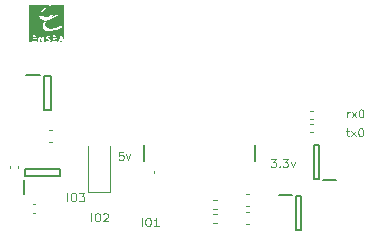
<source format=gbr>
%TF.GenerationSoftware,KiCad,Pcbnew,9.0.0*%
%TF.CreationDate,2025-04-09T13:07:37+02:00*%
%TF.ProjectId,breakoutboard,62726561-6b6f-4757-9462-6f6172642e6b,rev?*%
%TF.SameCoordinates,Original*%
%TF.FileFunction,Legend,Top*%
%TF.FilePolarity,Positive*%
%FSLAX46Y46*%
G04 Gerber Fmt 4.6, Leading zero omitted, Abs format (unit mm)*
G04 Created by KiCad (PCBNEW 9.0.0) date 2025-04-09 13:07:37*
%MOMM*%
%LPD*%
G01*
G04 APERTURE LIST*
%ADD10C,0.100000*%
%ADD11C,0.000000*%
%ADD12C,0.120000*%
%ADD13C,0.200000*%
G04 APERTURE END LIST*
D10*
X143565789Y-99909133D02*
X143232455Y-99909133D01*
X143232455Y-99909133D02*
X143199122Y-100242466D01*
X143199122Y-100242466D02*
X143232455Y-100209133D01*
X143232455Y-100209133D02*
X143299122Y-100175800D01*
X143299122Y-100175800D02*
X143465789Y-100175800D01*
X143465789Y-100175800D02*
X143532455Y-100209133D01*
X143532455Y-100209133D02*
X143565789Y-100242466D01*
X143565789Y-100242466D02*
X143599122Y-100309133D01*
X143599122Y-100309133D02*
X143599122Y-100475800D01*
X143599122Y-100475800D02*
X143565789Y-100542466D01*
X143565789Y-100542466D02*
X143532455Y-100575800D01*
X143532455Y-100575800D02*
X143465789Y-100609133D01*
X143465789Y-100609133D02*
X143299122Y-100609133D01*
X143299122Y-100609133D02*
X143232455Y-100575800D01*
X143232455Y-100575800D02*
X143199122Y-100542466D01*
X143832456Y-100142466D02*
X143999122Y-100609133D01*
X143999122Y-100609133D02*
X144165789Y-100142466D01*
X156065789Y-100509133D02*
X156499122Y-100509133D01*
X156499122Y-100509133D02*
X156265789Y-100775800D01*
X156265789Y-100775800D02*
X156365789Y-100775800D01*
X156365789Y-100775800D02*
X156432455Y-100809133D01*
X156432455Y-100809133D02*
X156465789Y-100842466D01*
X156465789Y-100842466D02*
X156499122Y-100909133D01*
X156499122Y-100909133D02*
X156499122Y-101075800D01*
X156499122Y-101075800D02*
X156465789Y-101142466D01*
X156465789Y-101142466D02*
X156432455Y-101175800D01*
X156432455Y-101175800D02*
X156365789Y-101209133D01*
X156365789Y-101209133D02*
X156165789Y-101209133D01*
X156165789Y-101209133D02*
X156099122Y-101175800D01*
X156099122Y-101175800D02*
X156065789Y-101142466D01*
X156799122Y-101142466D02*
X156832456Y-101175800D01*
X156832456Y-101175800D02*
X156799122Y-101209133D01*
X156799122Y-101209133D02*
X156765789Y-101175800D01*
X156765789Y-101175800D02*
X156799122Y-101142466D01*
X156799122Y-101142466D02*
X156799122Y-101209133D01*
X157065789Y-100509133D02*
X157499122Y-100509133D01*
X157499122Y-100509133D02*
X157265789Y-100775800D01*
X157265789Y-100775800D02*
X157365789Y-100775800D01*
X157365789Y-100775800D02*
X157432455Y-100809133D01*
X157432455Y-100809133D02*
X157465789Y-100842466D01*
X157465789Y-100842466D02*
X157499122Y-100909133D01*
X157499122Y-100909133D02*
X157499122Y-101075800D01*
X157499122Y-101075800D02*
X157465789Y-101142466D01*
X157465789Y-101142466D02*
X157432455Y-101175800D01*
X157432455Y-101175800D02*
X157365789Y-101209133D01*
X157365789Y-101209133D02*
X157165789Y-101209133D01*
X157165789Y-101209133D02*
X157099122Y-101175800D01*
X157099122Y-101175800D02*
X157065789Y-101142466D01*
X157732456Y-100742466D02*
X157899122Y-101209133D01*
X157899122Y-101209133D02*
X158065789Y-100742466D01*
X145132455Y-106209133D02*
X145132455Y-105509133D01*
X145599122Y-105509133D02*
X145732455Y-105509133D01*
X145732455Y-105509133D02*
X145799122Y-105542466D01*
X145799122Y-105542466D02*
X145865788Y-105609133D01*
X145865788Y-105609133D02*
X145899122Y-105742466D01*
X145899122Y-105742466D02*
X145899122Y-105975800D01*
X145899122Y-105975800D02*
X145865788Y-106109133D01*
X145865788Y-106109133D02*
X145799122Y-106175800D01*
X145799122Y-106175800D02*
X145732455Y-106209133D01*
X145732455Y-106209133D02*
X145599122Y-106209133D01*
X145599122Y-106209133D02*
X145532455Y-106175800D01*
X145532455Y-106175800D02*
X145465788Y-106109133D01*
X145465788Y-106109133D02*
X145432455Y-105975800D01*
X145432455Y-105975800D02*
X145432455Y-105742466D01*
X145432455Y-105742466D02*
X145465788Y-105609133D01*
X145465788Y-105609133D02*
X145532455Y-105542466D01*
X145532455Y-105542466D02*
X145599122Y-105509133D01*
X146565788Y-106209133D02*
X146165788Y-106209133D01*
X146365788Y-106209133D02*
X146365788Y-105509133D01*
X146365788Y-105509133D02*
X146299121Y-105609133D01*
X146299121Y-105609133D02*
X146232455Y-105675800D01*
X146232455Y-105675800D02*
X146165788Y-105709133D01*
X140832455Y-105809133D02*
X140832455Y-105109133D01*
X141299122Y-105109133D02*
X141432455Y-105109133D01*
X141432455Y-105109133D02*
X141499122Y-105142466D01*
X141499122Y-105142466D02*
X141565788Y-105209133D01*
X141565788Y-105209133D02*
X141599122Y-105342466D01*
X141599122Y-105342466D02*
X141599122Y-105575800D01*
X141599122Y-105575800D02*
X141565788Y-105709133D01*
X141565788Y-105709133D02*
X141499122Y-105775800D01*
X141499122Y-105775800D02*
X141432455Y-105809133D01*
X141432455Y-105809133D02*
X141299122Y-105809133D01*
X141299122Y-105809133D02*
X141232455Y-105775800D01*
X141232455Y-105775800D02*
X141165788Y-105709133D01*
X141165788Y-105709133D02*
X141132455Y-105575800D01*
X141132455Y-105575800D02*
X141132455Y-105342466D01*
X141132455Y-105342466D02*
X141165788Y-105209133D01*
X141165788Y-105209133D02*
X141232455Y-105142466D01*
X141232455Y-105142466D02*
X141299122Y-105109133D01*
X141865788Y-105175800D02*
X141899121Y-105142466D01*
X141899121Y-105142466D02*
X141965788Y-105109133D01*
X141965788Y-105109133D02*
X142132455Y-105109133D01*
X142132455Y-105109133D02*
X142199121Y-105142466D01*
X142199121Y-105142466D02*
X142232455Y-105175800D01*
X142232455Y-105175800D02*
X142265788Y-105242466D01*
X142265788Y-105242466D02*
X142265788Y-105309133D01*
X142265788Y-105309133D02*
X142232455Y-105409133D01*
X142232455Y-105409133D02*
X141832455Y-105809133D01*
X141832455Y-105809133D02*
X142265788Y-105809133D01*
X138832455Y-104109133D02*
X138832455Y-103409133D01*
X139299122Y-103409133D02*
X139432455Y-103409133D01*
X139432455Y-103409133D02*
X139499122Y-103442466D01*
X139499122Y-103442466D02*
X139565788Y-103509133D01*
X139565788Y-103509133D02*
X139599122Y-103642466D01*
X139599122Y-103642466D02*
X139599122Y-103875800D01*
X139599122Y-103875800D02*
X139565788Y-104009133D01*
X139565788Y-104009133D02*
X139499122Y-104075800D01*
X139499122Y-104075800D02*
X139432455Y-104109133D01*
X139432455Y-104109133D02*
X139299122Y-104109133D01*
X139299122Y-104109133D02*
X139232455Y-104075800D01*
X139232455Y-104075800D02*
X139165788Y-104009133D01*
X139165788Y-104009133D02*
X139132455Y-103875800D01*
X139132455Y-103875800D02*
X139132455Y-103642466D01*
X139132455Y-103642466D02*
X139165788Y-103509133D01*
X139165788Y-103509133D02*
X139232455Y-103442466D01*
X139232455Y-103442466D02*
X139299122Y-103409133D01*
X139832455Y-103409133D02*
X140265788Y-103409133D01*
X140265788Y-103409133D02*
X140032455Y-103675800D01*
X140032455Y-103675800D02*
X140132455Y-103675800D01*
X140132455Y-103675800D02*
X140199121Y-103709133D01*
X140199121Y-103709133D02*
X140232455Y-103742466D01*
X140232455Y-103742466D02*
X140265788Y-103809133D01*
X140265788Y-103809133D02*
X140265788Y-103975800D01*
X140265788Y-103975800D02*
X140232455Y-104042466D01*
X140232455Y-104042466D02*
X140199121Y-104075800D01*
X140199121Y-104075800D02*
X140132455Y-104109133D01*
X140132455Y-104109133D02*
X139932455Y-104109133D01*
X139932455Y-104109133D02*
X139865788Y-104075800D01*
X139865788Y-104075800D02*
X139832455Y-104042466D01*
X162532455Y-97009133D02*
X162532455Y-96542466D01*
X162532455Y-96675800D02*
X162565789Y-96609133D01*
X162565789Y-96609133D02*
X162599122Y-96575800D01*
X162599122Y-96575800D02*
X162665789Y-96542466D01*
X162665789Y-96542466D02*
X162732455Y-96542466D01*
X162899122Y-97009133D02*
X163265788Y-96542466D01*
X162899122Y-96542466D02*
X163265788Y-97009133D01*
X163665789Y-96309133D02*
X163732455Y-96309133D01*
X163732455Y-96309133D02*
X163799122Y-96342466D01*
X163799122Y-96342466D02*
X163832455Y-96375800D01*
X163832455Y-96375800D02*
X163865789Y-96442466D01*
X163865789Y-96442466D02*
X163899122Y-96575800D01*
X163899122Y-96575800D02*
X163899122Y-96742466D01*
X163899122Y-96742466D02*
X163865789Y-96875800D01*
X163865789Y-96875800D02*
X163832455Y-96942466D01*
X163832455Y-96942466D02*
X163799122Y-96975800D01*
X163799122Y-96975800D02*
X163732455Y-97009133D01*
X163732455Y-97009133D02*
X163665789Y-97009133D01*
X163665789Y-97009133D02*
X163599122Y-96975800D01*
X163599122Y-96975800D02*
X163565789Y-96942466D01*
X163565789Y-96942466D02*
X163532455Y-96875800D01*
X163532455Y-96875800D02*
X163499122Y-96742466D01*
X163499122Y-96742466D02*
X163499122Y-96575800D01*
X163499122Y-96575800D02*
X163532455Y-96442466D01*
X163532455Y-96442466D02*
X163565789Y-96375800D01*
X163565789Y-96375800D02*
X163599122Y-96342466D01*
X163599122Y-96342466D02*
X163665789Y-96309133D01*
X162432455Y-98142466D02*
X162699122Y-98142466D01*
X162532455Y-97909133D02*
X162532455Y-98509133D01*
X162532455Y-98509133D02*
X162565789Y-98575800D01*
X162565789Y-98575800D02*
X162632455Y-98609133D01*
X162632455Y-98609133D02*
X162699122Y-98609133D01*
X162865789Y-98609133D02*
X163232455Y-98142466D01*
X162865789Y-98142466D02*
X163232455Y-98609133D01*
X163632456Y-97909133D02*
X163699122Y-97909133D01*
X163699122Y-97909133D02*
X163765789Y-97942466D01*
X163765789Y-97942466D02*
X163799122Y-97975800D01*
X163799122Y-97975800D02*
X163832456Y-98042466D01*
X163832456Y-98042466D02*
X163865789Y-98175800D01*
X163865789Y-98175800D02*
X163865789Y-98342466D01*
X163865789Y-98342466D02*
X163832456Y-98475800D01*
X163832456Y-98475800D02*
X163799122Y-98542466D01*
X163799122Y-98542466D02*
X163765789Y-98575800D01*
X163765789Y-98575800D02*
X163699122Y-98609133D01*
X163699122Y-98609133D02*
X163632456Y-98609133D01*
X163632456Y-98609133D02*
X163565789Y-98575800D01*
X163565789Y-98575800D02*
X163532456Y-98542466D01*
X163532456Y-98542466D02*
X163499122Y-98475800D01*
X163499122Y-98475800D02*
X163465789Y-98342466D01*
X163465789Y-98342466D02*
X163465789Y-98175800D01*
X163465789Y-98175800D02*
X163499122Y-98042466D01*
X163499122Y-98042466D02*
X163532456Y-97975800D01*
X163532456Y-97975800D02*
X163565789Y-97942466D01*
X163565789Y-97942466D02*
X163632456Y-97909133D01*
D11*
%TO.C,G\u002A\u002A\u002A*%
G36*
X137074898Y-87625413D02*
G01*
X136793624Y-87844544D01*
X136597073Y-88070403D01*
X136489704Y-88296982D01*
X136469848Y-88440626D01*
X136512834Y-88586197D01*
X136621049Y-88701970D01*
X136763378Y-88756637D01*
X136784924Y-88757633D01*
X136885369Y-88777726D01*
X136896260Y-88833310D01*
X136837186Y-88899908D01*
X136767273Y-89010868D01*
X136733432Y-89173347D01*
X136739712Y-89347358D01*
X136779120Y-89473509D01*
X136882084Y-89609665D01*
X137028309Y-89688234D01*
X137231784Y-89713264D01*
X137506495Y-89688801D01*
X137517446Y-89687117D01*
X137732548Y-89641658D01*
X137943414Y-89576476D01*
X138133221Y-89499670D01*
X138285143Y-89419339D01*
X138382355Y-89343584D01*
X138408032Y-89280501D01*
X138397555Y-89263458D01*
X138345631Y-89269649D01*
X138229872Y-89306097D01*
X138078588Y-89363630D01*
X137748986Y-89460698D01*
X137442230Y-89478260D01*
X137175824Y-89416448D01*
X137029327Y-89317417D01*
X136966612Y-89173723D01*
X136978321Y-89002260D01*
X137005401Y-88908774D01*
X137050952Y-88840311D01*
X137134458Y-88782390D01*
X137275405Y-88720530D01*
X137439313Y-88659667D01*
X137629860Y-88583515D01*
X137810568Y-88498676D01*
X137962625Y-88415650D01*
X138067223Y-88344937D01*
X138105549Y-88297036D01*
X138102311Y-88289587D01*
X138047893Y-88293418D01*
X137935475Y-88330187D01*
X137849203Y-88365797D01*
X137668941Y-88437682D01*
X137557085Y-88465461D01*
X137519001Y-88449554D01*
X137560055Y-88390375D01*
X137608970Y-88347113D01*
X137699154Y-88264812D01*
X137712492Y-88231629D01*
X137655245Y-88246760D01*
X137533672Y-88309404D01*
X137431828Y-88369847D01*
X137171913Y-88487591D01*
X136927822Y-88510432D01*
X136734605Y-88457132D01*
X136646244Y-88400263D01*
X136626334Y-88319068D01*
X136636322Y-88252453D01*
X136708191Y-88090705D01*
X136854372Y-87911170D01*
X137058922Y-87731448D01*
X137194319Y-87636446D01*
X137291599Y-87576936D01*
X137379303Y-87537365D01*
X137480391Y-87513678D01*
X137617822Y-87501819D01*
X137814553Y-87497735D01*
X137982009Y-87497328D01*
X138554199Y-87497328D01*
X138551563Y-89012118D01*
X138550685Y-89433836D01*
X138549305Y-89767140D01*
X138546857Y-90020563D01*
X138542775Y-90202637D01*
X138536493Y-90321897D01*
X138527445Y-90386874D01*
X138515064Y-90406101D01*
X138498786Y-90388111D01*
X138478043Y-90341437D01*
X138465512Y-90309207D01*
X138388494Y-90147673D01*
X138316153Y-90082304D01*
X138245689Y-90113288D01*
X138174297Y-90240815D01*
X138140661Y-90331102D01*
X138081806Y-90475240D01*
X138023135Y-90572703D01*
X137986718Y-90599618D01*
X137928909Y-90571889D01*
X137924046Y-90554516D01*
X137882831Y-90513415D01*
X137814981Y-90493924D01*
X137729737Y-90463494D01*
X137705916Y-90429961D01*
X137747144Y-90386220D01*
X137814981Y-90365998D01*
X137907564Y-90333096D01*
X137913379Y-90290079D01*
X137835984Y-90262049D01*
X137800002Y-90260305D01*
X137717530Y-90244918D01*
X137705916Y-90211832D01*
X137774286Y-90171111D01*
X137829960Y-90163358D01*
X137907161Y-90142508D01*
X137924046Y-90114885D01*
X137881434Y-90082846D01*
X137776655Y-90066830D01*
X137754390Y-90066412D01*
X137584733Y-90066412D01*
X137584733Y-90333015D01*
X137581601Y-90485694D01*
X137564991Y-90565192D01*
X137524080Y-90595237D01*
X137463139Y-90599618D01*
X137379060Y-90590959D01*
X137375750Y-90547623D01*
X137402548Y-90499719D01*
X137436635Y-90413994D01*
X137394738Y-90349824D01*
X137369457Y-90330063D01*
X137270579Y-90275000D01*
X137211919Y-90260305D01*
X137153648Y-90227531D01*
X137148474Y-90206181D01*
X137189076Y-90172426D01*
X137271578Y-90175589D01*
X137361834Y-90177203D01*
X137376846Y-90144885D01*
X137315689Y-90091625D01*
X137208742Y-90074881D01*
X137101611Y-90098823D01*
X137073096Y-90117099D01*
X137007828Y-90212227D01*
X137035658Y-90301858D01*
X137148474Y-90372089D01*
X137260542Y-90429432D01*
X137288503Y-90475190D01*
X137233020Y-90494736D01*
X137143360Y-90484683D01*
X137041835Y-90472332D01*
X137013186Y-90497390D01*
X137020655Y-90527097D01*
X137012428Y-90587129D01*
X136955592Y-90599618D01*
X136899103Y-90584035D01*
X136867408Y-90522161D01*
X136850775Y-90391309D01*
X136848049Y-90348943D01*
X136827800Y-90205478D01*
X136793171Y-90106867D01*
X136754950Y-90065171D01*
X136723928Y-90092449D01*
X136710924Y-90195674D01*
X136709634Y-90333015D01*
X136626231Y-90198467D01*
X136537587Y-90092547D01*
X136464859Y-90080362D01*
X136412176Y-90159420D01*
X136383667Y-90327228D01*
X136382486Y-90345587D01*
X136364007Y-90507697D01*
X136329651Y-90586660D01*
X136297658Y-90599618D01*
X136234794Y-90572625D01*
X136227481Y-90551145D01*
X136185999Y-90514706D01*
X136106298Y-90502671D01*
X136008833Y-90477389D01*
X135985115Y-90429961D01*
X136027253Y-90371482D01*
X136106298Y-90357251D01*
X136197394Y-90340658D01*
X136227481Y-90308778D01*
X136185999Y-90272340D01*
X136106298Y-90260305D01*
X136015202Y-90243712D01*
X135985115Y-90211832D01*
X136026597Y-90175393D01*
X136106298Y-90163358D01*
X136197394Y-90146765D01*
X136227481Y-90114885D01*
X136184869Y-90082846D01*
X136080090Y-90066830D01*
X136057825Y-90066412D01*
X135888168Y-90066412D01*
X135888168Y-90333015D01*
X135885726Y-90485427D01*
X135869724Y-90564757D01*
X135827144Y-90594867D01*
X135744972Y-90599618D01*
X135742748Y-90599618D01*
X135597329Y-90599618D01*
X135597329Y-89048473D01*
X135597329Y-87497328D01*
X136432627Y-87497328D01*
X137267925Y-87497328D01*
X137074898Y-87625413D01*
G37*
G36*
X136576646Y-90347105D02*
G01*
X136632440Y-90440729D01*
X136639504Y-90454198D01*
X136685796Y-90552380D01*
X136681019Y-90592068D01*
X136621006Y-90599612D01*
X136616512Y-90599618D01*
X136544780Y-90577302D01*
X136519423Y-90493604D01*
X136518321Y-90454198D01*
X136524994Y-90352010D01*
X136541066Y-90308786D01*
X136541313Y-90308778D01*
X136576646Y-90347105D01*
G37*
G36*
X138391894Y-90523522D02*
G01*
X138408779Y-90551145D01*
X138367211Y-90587274D01*
X138284735Y-90599618D01*
X138202263Y-90584231D01*
X138190649Y-90551145D01*
X138259019Y-90510424D01*
X138314693Y-90502671D01*
X138391894Y-90523522D01*
G37*
G36*
X138311832Y-90284542D02*
G01*
X138358457Y-90346513D01*
X138360306Y-90360112D01*
X138323333Y-90404419D01*
X138311832Y-90405725D01*
X138269292Y-90366269D01*
X138263359Y-90330154D01*
X138286858Y-90279981D01*
X138311832Y-90284542D01*
G37*
D12*
%TO.C,REF\u002A\u002A*%
X159346359Y-97520000D02*
X159653641Y-97520000D01*
X159346359Y-98280000D02*
X159653641Y-98280000D01*
X159346359Y-96420000D02*
X159653641Y-96420000D01*
X159346359Y-97180000D02*
X159653641Y-97180000D01*
D13*
%TO.C,D1*%
X158175000Y-103650000D02*
X158625000Y-103650000D01*
X158625000Y-103650000D02*
X158625000Y-106550000D01*
X158625000Y-106550000D02*
X158175000Y-106550000D01*
X158175000Y-106550000D02*
X158175000Y-103650000D01*
X156775000Y-103600000D02*
X157825000Y-103600000D01*
%TO.C,IC2*%
X135300000Y-93450000D02*
X136500000Y-93450000D01*
X136850000Y-93500000D02*
X137450000Y-93500000D01*
X136850000Y-96400000D02*
X136850000Y-93500000D01*
X137450000Y-93500000D02*
X137450000Y-96400000D01*
X137450000Y-96400000D02*
X136850000Y-96400000D01*
D12*
%TO.C,R2*%
X151467621Y-105220000D02*
X151132379Y-105220000D01*
X151467621Y-105980000D02*
X151132379Y-105980000D01*
%TO.C,C3*%
X135892164Y-104340000D02*
X136107836Y-104340000D01*
X135892164Y-105060000D02*
X136107836Y-105060000D01*
%TO.C,C2*%
X140565000Y-99400000D02*
X140565000Y-103310000D01*
X140565000Y-103310000D02*
X142435000Y-103310000D01*
X142435000Y-103310000D02*
X142435000Y-99400000D01*
%TO.C,C5*%
X137259420Y-98090000D02*
X137540580Y-98090000D01*
X137259420Y-99110000D02*
X137540580Y-99110000D01*
%TO.C,C4*%
X133940000Y-101307836D02*
X133940000Y-101092164D01*
X134660000Y-101307836D02*
X134660000Y-101092164D01*
%TO.C,R1*%
X151467621Y-104020000D02*
X151132379Y-104020000D01*
X151467621Y-104780000D02*
X151132379Y-104780000D01*
D13*
%TO.C,J1*%
X145300000Y-99320000D02*
X145300000Y-100680000D01*
D10*
X146200000Y-101600000D02*
X146200000Y-101600000D01*
X146200000Y-101700000D02*
X146200000Y-101700000D01*
D13*
X154700000Y-99320000D02*
X154700000Y-100680000D01*
D10*
X146200000Y-101600000D02*
G75*
G02*
X146200000Y-101700000I0J-50000D01*
G01*
X146200000Y-101700000D02*
G75*
G02*
X146200000Y-101600000I0J50000D01*
G01*
D13*
%TO.C,IC1*%
X135150000Y-103500000D02*
X135150000Y-102300000D01*
X135275000Y-101350000D02*
X138225000Y-101350000D01*
X135275000Y-101950000D02*
X135275000Y-101350000D01*
X138225000Y-101350000D02*
X138225000Y-101950000D01*
X138225000Y-101950000D02*
X135275000Y-101950000D01*
D12*
%TO.C,C1*%
X153959420Y-103490000D02*
X154240580Y-103490000D01*
X153959420Y-104510000D02*
X154240580Y-104510000D01*
D13*
%TO.C,IC3*%
X159700000Y-99340000D02*
X160100000Y-99340000D01*
X159700000Y-102260000D02*
X159700000Y-99340000D01*
X160100000Y-99340000D02*
X160100000Y-102260000D01*
X160100000Y-102260000D02*
X159700000Y-102260000D01*
X161550000Y-102325000D02*
X160450000Y-102325000D01*
D12*
%TO.C,C6*%
X153959420Y-104990000D02*
X154240580Y-104990000D01*
X153959420Y-106010000D02*
X154240580Y-106010000D01*
%TD*%
M02*

</source>
